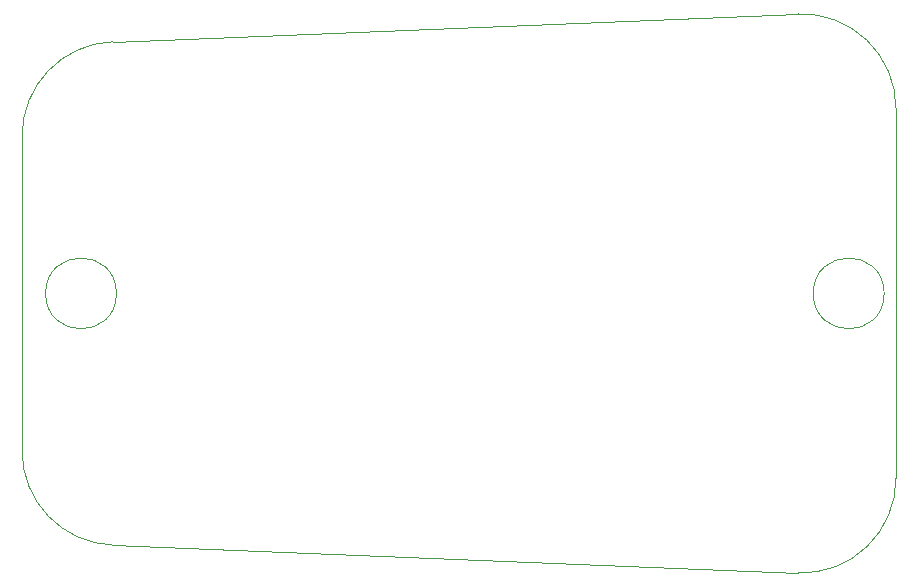
<source format=gbr>
%TF.GenerationSoftware,KiCad,Pcbnew,8.0.4*%
%TF.CreationDate,2024-09-11T06:46:47-05:00*%
%TF.ProjectId,rc,72632e6b-6963-4616-945f-706362585858,rev?*%
%TF.SameCoordinates,Original*%
%TF.FileFunction,Profile,NP*%
%FSLAX46Y46*%
G04 Gerber Fmt 4.6, Leading zero omitted, Abs format (unit mm)*
G04 Created by KiCad (PCBNEW 8.0.4) date 2024-09-11 06:46:47*
%MOMM*%
%LPD*%
G01*
G04 APERTURE LIST*
%TA.AperFunction,Profile*%
%ADD10C,0.020000*%
%TD*%
G04 APERTURE END LIST*
D10*
X121370904Y-70508610D02*
G75*
G02*
X115370904Y-70508610I-3000000J0D01*
G01*
X115370904Y-70508610D02*
G75*
G02*
X121370904Y-70508610I3000000J0D01*
G01*
X186370904Y-70508610D02*
G75*
G02*
X180370904Y-70508610I-3000000J0D01*
G01*
X180370904Y-70508610D02*
G75*
G02*
X186370904Y-70508610I3000000J0D01*
G01*
X187370904Y-86177707D02*
G75*
G02*
X179046840Y-94171148I-8000007J0D01*
G01*
X187370904Y-86177707D02*
X187370904Y-54839510D01*
X121046848Y-91819797D02*
X179046840Y-94171148D01*
X121046848Y-91819797D02*
G75*
G02*
X113370951Y-83826363I324056J7993387D01*
G01*
X113370904Y-57190780D02*
X113370904Y-83826363D01*
X113370904Y-57190780D02*
G75*
G02*
X121046769Y-49197426I7999920J0D01*
G01*
X179046846Y-46846072D02*
X121046769Y-49197426D01*
X179046846Y-46846072D02*
G75*
G02*
X187370908Y-54839510I324058J-7993438D01*
G01*
M02*

</source>
